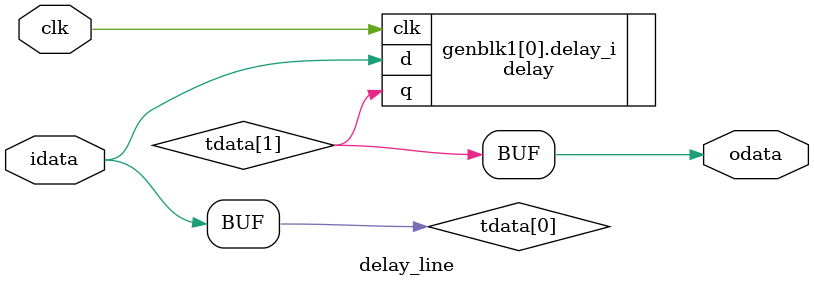
<source format=v>
`timescale 1ns / 1ps


module delay_line
    #(
        parameter N = 1,
        parameter DELAY = 1
    )
    (
        input [N-1:0] idata,
        input clk,
        output [N-1:0] odata
    );
    wire [N-1:0] tdata [DELAY:0];

    assign tdata[0] = idata;
    genvar i;
    generate
        for (i=0; i < DELAY; i=i+1)
        begin 
            delay
            #(
                .N(N)
            )
            delay_i
            (
                .clk(clk),
                .d(tdata[i]),
                .q(tdata[i+1])
            );
        end
    endgenerate
    assign odata = tdata[DELAY];
endmodule

</source>
